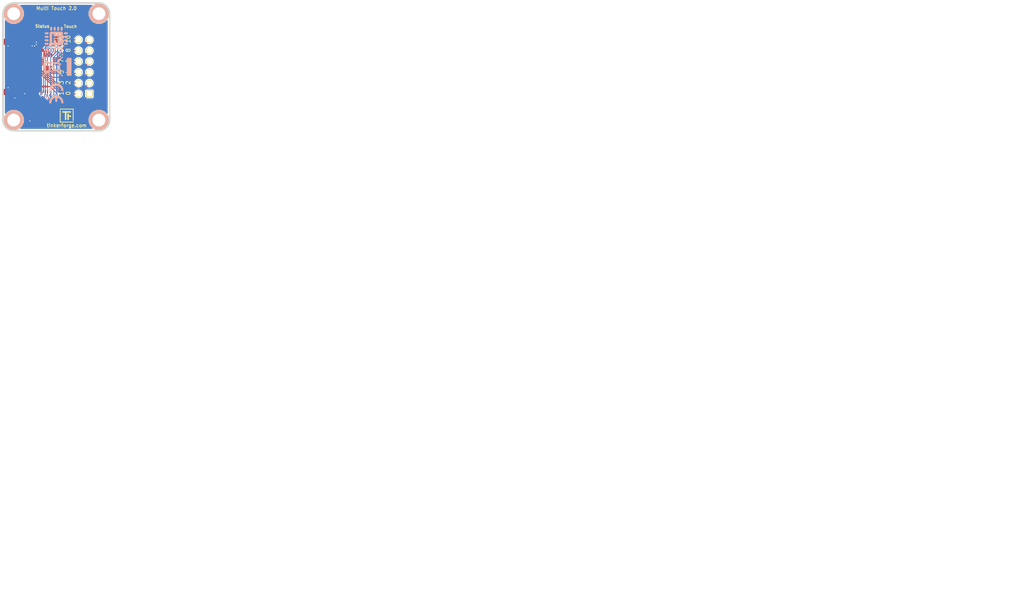
<source format=kicad_pcb>
(kicad_pcb (version 20211014) (generator pcbnew)
  (title_block (title "Multi Touch Bricklet") (date "2018-07-06") (rev "2.0") (company "Tinkerforge GmbH") (comment 1 "Licensed under CERN OHL v.1.1") (comment 2 "Copyright (©) 2018, L.Lauer <lukas@tinkerforge.com>"))
  (layers (0 "F.Cu" power "Vorderseite") (31 "B.Cu" signal "Rückseite") (34 "B.Paste" user) (35 "F.Paste" user) (36 "B.SilkS" user "B.Silkscreen") (37 "F.SilkS" user "F.Silkscreen") (38 "B.Mask" user) (39 "F.Mask" user) (44 "Edge.Cuts" user))
  (net 0 "")
  (net 1 "GND")
  (net 2 "VCC")
  (net 3 "Net-(P1-Pad4)")
  (net 4 "Net-(P1-Pad5)")
  (net 5 "Net-(P1-Pad6)")
  (net 6 "Net-(P2-Pad1)")
  (net 7 "Net-(R1-Pad1)")
  (net 8 "Net-(C2-Pad1)")
  (net 9 "Net-(D2-Pad2)")
  (net 10 "Net-(P3-Pad2)")
  (net 11 "Net-(P4-Pad1)")
  (net 12 "Net-(P4-Pad2)")
  (net 13 "Net-(P4-Pad3)")
  (net 14 "Net-(P4-Pad4)")
  (net 15 "Net-(P4-Pad5)")
  (net 16 "Net-(P4-Pad6)")
  (net 17 "Net-(P4-Pad7)")
  (net 18 "Net-(P4-Pad8)")
  (net 19 "Net-(P4-Pad9)")
  (net 20 "Net-(P4-Pad10)")
  (net 21 "Net-(P4-Pad11)")
  (net 22 "Net-(P4-Pad12)")
  (net 23 "SDA")
  (net 24 "SCL")
  (net 25 "Net-(R5-Pad1)")
  (net 26 "S-MISO")
  (net 27 "S-MOSI")
  (net 28 "S-CLK")
  (net 29 "S-CS")
  (net 30 "INT")
  (net 31 "Net-(D1-Pad2)")
  (net 32 "Net-(C1-Pad1)")
  (net 33 "Net-(R2-Pad1)")
  (net 34 "Net-(P1-Pad1)")
  (net 35 "Net-(RP2-Pad6)")
  (net 36 "Net-(U2-Pad2)")
  (net 37 "Net-(U2-Pad3)")
  (net 38 "Net-(U2-Pad5)")
  (net 39 "Net-(U2-Pad6)")
  (net 40 "Net-(U2-Pad7)")
  (net 41 "Net-(U2-Pad8)")
  (net 42 "Net-(U2-Pad11)")
  (net 43 "Net-(U2-Pad12)")
  (net 44 "Net-(U2-Pad13)")
  (net 45 "Net-(U2-Pad18)")
  (net 46 "Net-(U2-Pad21)")
  (footprint "kicad-libraries:DRILL_NP" (layer "F.Cu") (at 65.4 29.8)
    (fp_text reference "U3" hide)
    (fp_text value "DRILL" hide)
    (pad "" np_thru_hole circle locked (at 0 0) (size 2.99974 2.99974) (drill 2.99974) (layers *.Cu *.Mask "F.SilkS") (clearance 0.89916))
  )
  (footprint "kicad-libraries:DRILL_NP" (layer "F.Cu") (at 45.4 54.8)
    (fp_text reference "U4" hide)
    (fp_text value "DRILL" hide)
    (pad "" np_thru_hole circle locked (at 0 0) (size 2.99974 2.99974) (drill 2.99974) (layers *.Cu *.Mask "F.SilkS") (clearance 0.89916))
  )
  (footprint "kicad-libraries:DRILL_NP" (layer "F.Cu") (at 65.4 54.8)
    (fp_text reference "U5" hide)
    (fp_text value "DRILL" hide)
    (pad "" np_thru_hole circle locked (at 0 0) (size 2.99974 2.99974) (drill 2.99974) (layers *.Cu *.Mask "F.SilkS") (clearance 0.89916))
  )
  (footprint "kicad-libraries:DRILL_NP" (layer "F.Cu") (at 45.4 29.8)
    (fp_text reference "U6" hide)
    (fp_text value "DRILL" hide)
    (pad "" np_thru_hole circle locked (at 0 0) (size 2.99974 2.99974) (drill 2.99974) (layers *.Cu *.Mask "F.SilkS") (clearance 0.89916))
  )
  (footprint "kicad-libraries:C0402F" (layer "F.Cu") (at 48 47.5 -90)
    (fp_text reference "C2")
    (fp_text value "220pF")
    (pad "1" smd rect locked (at -0.5 0 270) (size 0.6 0.7) (layers "F.Cu" "F.Paste" "F.Mask") (net 8 "Net-(C2-Pad1)"))
    (pad "2" smd rect locked (at 0.5 0 270) (size 0.6 0.7) (layers "F.Cu" "F.Paste" "F.Mask") (net 1 "GND"))
  )
  (footprint "kicad-libraries:C0805" (layer "F.Cu") (at 48.5 35.9 -90)
    (fp_text reference "C3")
    (fp_text value "10uF")
    (pad "1" smd rect locked (at -1.00076 0 270) (size 1.00076 1.24968) (layers "F.Cu" "F.Paste" "F.Mask") (net 2 "VCC") (clearance 0.14986))
    (pad "2" smd rect locked (at 1.00076 0 270) (size 1.00076 1.24968) (layers "F.Cu" "F.Paste" "F.Mask") (net 1 "GND") (clearance 0.14986))
  )
  (footprint "kicad-libraries:C0603F" (layer "F.Cu") (at 50 35.9 -90)
    (fp_text reference "C4")
    (fp_text value "1uF")
    (pad "1" smd rect locked (at -0.75 0 270) (size 0.9 0.9) (layers "F.Cu" "F.Paste" "F.Mask") (net 2 "VCC"))
    (pad "2" smd rect locked (at 0.75 0 270) (size 0.9 0.9) (layers "F.Cu" "F.Paste" "F.Mask") (net 1 "GND"))
  )
  (footprint "kicad-libraries:C0603F" (layer "F.Cu") (at 50.7 55 180)
    (fp_text reference "C5")
    (fp_text value "100nF")
    (pad "1" smd rect locked (at -0.75 0 180) (size 0.9 0.9) (layers "F.Cu" "F.Paste" "F.Mask") (net 2 "VCC"))
    (pad "2" smd rect locked (at 0.75 0 180) (size 0.9 0.9) (layers "F.Cu" "F.Paste" "F.Mask") (net 1 "GND"))
  )
  (footprint "kicad-libraries:D0603F" (layer "F.Cu") (at 52.1 31.6 180)
    (fp_text reference "D2")
    (fp_text value "blue")
    (pad "1" smd rect locked (at -0.75 0 180) (size 0.9 0.9) (layers "F.Cu" "F.Paste" "F.Mask") (net 2 "VCC"))
    (pad "2" smd rect locked (at 0.75 0 180) (size 0.9 0.9) (layers "F.Cu" "F.Paste" "F.Mask") (net 9 "Net-(D2-Pad2)"))
  )
  (footprint "kicad-libraries:CON-SENSOR2" (layer "F.Cu") (at 42.9 42.3 -90)
    (fp_text reference "P1")
    (fp_text value "CON-SENSOR2")
    (pad "1" smd rect locked (at -3.75 -4.6 270) (size 0.6 1.8) (layers "F.Cu" "F.Paste" "F.Mask") (net 34 "Net-(P1-Pad1)"))
    (pad "2" smd rect locked (at -2.5 -4.6 270) (size 0.6 1.8) (layers "F.Cu" "F.Paste" "F.Mask") (net 1 "GND"))
    (pad "3" smd rect locked (at -1.25 -4.6 270) (size 0.6 1.8) (layers "F.Cu" "F.Paste" "F.Mask") (net 2 "VCC"))
    (pad "4" smd rect locked (at 0 -4.6 270) (size 0.6 1.8) (layers "F.Cu" "F.Paste" "F.Mask") (net 3 "Net-(P1-Pad4)"))
    (pad "5" smd rect locked (at 1.25 -4.6 270) (size 0.6 1.8) (layers "F.Cu" "F.Paste" "F.Mask") (net 4 "Net-(P1-Pad5)"))
    (pad "6" smd rect locked (at 2.5 -4.6 270) (size 0.6 1.8) (layers "F.Cu" "F.Paste" "F.Mask") (net 5 "Net-(P1-Pad6)"))
    (pad "7" smd rect locked (at 3.75 -4.6 270) (size 0.6 1.8) (layers "F.Cu" "F.Paste" "F.Mask") (net 8 "Net-(C2-Pad1)"))
    (pad "EP" smd rect locked (at -5.9 -1.2 270) (size 1.4 2.4) (layers "F.Cu" "F.Paste" "F.Mask") (net 1 "GND"))
    (pad "EP" smd rect locked (at 5.9 -1.2 270) (size 1.4 2.4) (layers "F.Cu" "F.Paste" "F.Mask") (net 1 "GND"))
  )
  (footprint "kicad-libraries:DEBUG_PAD" (layer "F.Cu") (at 54.05 51.95)
    (fp_text reference "P2")
    (fp_text value "DEBUG")
    (pad "1" smd circle locked (at 0 0) (size 0.7 0.7) (layers "F.Cu" "F.Paste" "F.Mask") (net 6 "Net-(P2-Pad1)"))
  )
  (footprint "kicad-libraries:SolderJumper" (layer "F.Cu") (at 45.9 50.6)
    (fp_text reference "P3")
    (fp_text value "BOOT")
    (pad "1" smd rect locked (at -0.225 -0.55) (size 0.95 0.3) (layers "F.Cu" "F.Mask") (net 1 "GND"))
    (pad "1" smd rect locked (at -0.225 0.55) (size 0.95 0.3) (layers "F.Cu" "F.Mask") (net 1 "GND"))
    (pad "1" smd rect locked (at -0.5 0) (size 0.4 1.4) (layers "F.Cu" "F.Mask") (net 1 "GND"))
    (pad "2" smd rect locked (at 0.55 0) (size 0.3 1.4) (layers "F.Cu" "F.Mask") (net 10 "Net-(P3-Pad2)"))
    (pad "2" smd rect locked (at 0.15 0) (size 0.6 0.5) (layers "F.Cu" "F.Mask") (net 10 "Net-(P3-Pad2)"))
  )
  (footprint "kicad-libraries:pin_array_6x2" (layer "F.Cu") (at 61.9 42.3 90)
    (fp_text reference "P4")
    (fp_text value "CONN_01X12")
    (pad "1" thru_hole rect locked (at -6.35 1.27 90) (size 1.524 1.524) (drill 1.016) (layers *.Cu *.Mask "F.SilkS") (net 11 "Net-(P4-Pad1)"))
    (pad "2" thru_hole circle locked (at -6.35 -1.27 90) (size 1.524 1.524) (drill 1.016) (layers *.Cu *.Mask "F.SilkS") (net 12 "Net-(P4-Pad2)"))
    (pad "3" thru_hole circle locked (at -3.81 1.27 90) (size 1.524 1.524) (drill 1.016) (layers *.Cu *.Mask "F.SilkS") (net 13 "Net-(P4-Pad3)"))
    (pad "4" thru_hole circle locked (at -3.81 -1.27 90) (size 1.524 1.524) (drill 1.016) (layers *.Cu *.Mask "F.SilkS") (net 14 "Net-(P4-Pad4)"))
    (pad "5" thru_hole circle locked (at -1.27 1.27 90) (size 1.524 1.524) (drill 1.016) (layers *.Cu *.Mask "F.SilkS") (net 15 "Net-(P4-Pad5)"))
    (pad "6" thru_hole circle locked (at -1.27 -1.27 90) (size 1.524 1.524) (drill 1.016) (layers *.Cu *.Mask "F.SilkS") (net 16 "Net-(P4-Pad6)"))
    (pad "7" thru_hole circle locked (at 1.27 1.27 90) (size 1.524 1.524) (drill 1.016) (layers *.Cu *.Mask "F.SilkS") (net 17 "Net-(P4-Pad7)"))
    (pad "8" thru_hole circle locked (at 1.27 -1.27 90) (size 1.524 1.524) (drill 1.016) (layers *.Cu *.Mask "F.SilkS") (net 18 "Net-(P4-Pad8)"))
    (pad "9" thru_hole circle locked (at 3.81 1.27 90) (size 1.524 1.524) (drill 1.016) (layers *.Cu *.Mask "F.SilkS") (net 19 "Net-(P4-Pad9)"))
    (pad "10" thru_hole circle locked (at 3.81 -1.27 90) (size 1.524 1.524) (drill 1.016) (layers *.Cu *.Mask "F.SilkS") (net 20 "Net-(P4-Pad10)"))
    (pad "11" thru_hole circle locked (at 6.35 1.27 90) (size 1.524 1.524) (drill 1.016) (layers *.Cu *.Mask "F.SilkS") (net 21 "Net-(P4-Pad11)"))
    (pad "12" thru_hole circle locked (at 6.35 -1.27 90) (size 1.524 1.524) (drill 1.016) (layers *.Cu *.Mask "F.SilkS") (net 22 "Net-(P4-Pad12)"))
  )
  (footprint "kicad-libraries:R0603F" (layer "F.Cu") (at 52.1 30.2 180)
    (fp_text reference "R5")
    (fp_text value "1k")
    (pad "1" smd rect locked (at -0.75 0 180) (size 0.9 0.9) (layers "F.Cu" "F.Paste" "F.Mask") (net 25 "Net-(R5-Pad1)"))
    (pad "2" smd rect locked (at 0.75 0 180) (size 0.9 0.9) (layers "F.Cu" "F.Paste" "F.Mask") (net 9 "Net-(D2-Pad2)"))
  )
  (footprint "kicad-libraries:4X0402" (layer "F.Cu") (at 49.7 47.5 180)
    (fp_text reference "RP1")
    (fp_text value "82")
    (pad "1" smd rect locked (at -0.7493 0.575) (size 0.29972 0.65) (layers "F.Cu" "F.Paste" "F.Mask") (net 3 "Net-(P1-Pad4)"))
    (pad "2" smd rect locked (at -0.24892 0.575) (size 0.29972 0.65) (layers "F.Cu" "F.Paste" "F.Mask") (net 4 "Net-(P1-Pad5)"))
    (pad "3" smd rect locked (at 0.24892 0.575) (size 0.29972 0.65) (layers "F.Cu" "F.Paste" "F.Mask") (net 5 "Net-(P1-Pad6)"))
    (pad "4" smd rect locked (at 0.7493 0.575) (size 0.29972 0.65) (layers "F.Cu" "F.Paste" "F.Mask") (net 8 "Net-(C2-Pad1)"))
    (pad "5" smd rect locked (at 0.7493 -0.575 180) (size 0.29972 0.65) (layers "F.Cu" "F.Paste" "F.Mask") (net 26 "S-MISO"))
    (pad "6" smd rect locked (at 0.24892 -0.575 180) (size 0.29972 0.65) (layers "F.Cu" "F.Paste" "F.Mask") (net 27 "S-MOSI"))
    (pad "7" smd rect locked (at -0.24892 -0.575 180) (size 0.29972 0.65) (layers "F.Cu" "F.Paste" "F.Mask") (net 28 "S-CLK"))
    (pad "8" smd rect locked (at -0.7493 -0.575 180) (size 0.29972 0.65) (layers "F.Cu" "F.Paste" "F.Mask") (net 29 "S-CS"))
  )
  (footprint "kicad-libraries:QFN24-4x4mm-0.5mm" (layer "F.Cu") (at 50.7 51.7)
    (fp_text reference "U2")
    (fp_text value "XMC1100")
    (pad "1" smd oval locked (at -2.025 -1.25) (size 1 0.3) (layers "F.Cu" "F.Paste" "F.Mask") (net 26 "S-MISO"))
    (pad "2" smd oval locked (at -2.025 -0.75) (size 1 0.3) (layers "F.Cu" "F.Paste" "F.Mask") (net 36 "Net-(U2-Pad2)"))
    (pad "3" smd oval locked (at -2.025 -0.25) (size 1 0.3) (layers "F.Cu" "F.Paste" "F.Mask") (net 37 "Net-(U2-Pad3)"))
    (pad "4" smd oval locked (at -2.025 0.25) (size 1 0.3) (layers "F.Cu" "F.Paste" "F.Mask") (net 10 "Net-(P3-Pad2)"))
    (pad "5" smd oval locked (at -2.025 0.75) (size 1 0.3) (layers "F.Cu" "F.Paste" "F.Mask") (net 38 "Net-(U2-Pad5)"))
    (pad "6" smd oval locked (at -2.025 1.25) (size 1 0.3) (layers "F.Cu" "F.Paste" "F.Mask") (net 39 "Net-(U2-Pad6)"))
    (pad "7" smd oval locked (at -1.25 2.025 90) (size 1 0.3) (layers "F.Cu" "F.Paste" "F.Mask") (net 40 "Net-(U2-Pad7)"))
    (pad "8" smd oval locked (at -0.75 2.025 90) (size 1 0.3) (layers "F.Cu" "F.Paste" "F.Mask") (net 41 "Net-(U2-Pad8)"))
    (pad "9" smd oval locked (at -0.25 2.025 90) (size 1 0.3) (layers "F.Cu" "F.Paste" "F.Mask") (net 1 "GND"))
    (pad "10" smd oval locked (at 0.25 2.025 90) (size 1 0.3) (layers "F.Cu" "F.Paste" "F.Mask") (net 2 "VCC"))
    (pad "11" smd oval locked (at 0.75 2.025 90) (size 1 0.3) (layers "F.Cu" "F.Paste" "F.Mask") (net 42 "Net-(U2-Pad11)"))
    (pad "12" smd oval locked (at 1.25 2.025 90) (size 1 0.3) (layers "F.Cu" "F.Paste" "F.Mask") (net 43 "Net-(U2-Pad12)"))
    (pad "13" smd oval locked (at 2.025 1.25) (size 1 0.3) (layers "F.Cu" "F.Paste" "F.Mask") (net 44 "Net-(U2-Pad13)"))
    (pad "14" smd oval locked (at 2.025 0.75) (size 1 0.3) (layers "F.Cu" "F.Paste" "F.Mask") (net 7 "Net-(R1-Pad1)"))
    (pad "15" smd oval locked (at 2.025 0.25) (size 1 0.3) (layers "F.Cu" "F.Paste" "F.Mask") (net 6 "Net-(P2-Pad1)"))
    (pad "16" smd oval locked (at 2.025 -0.25) (size 1 0.3) (layers "F.Cu" "F.Paste" "F.Mask") (net 25 "Net-(R5-Pad1)"))
    (pad "17" smd oval locked (at 2.025 -0.75) (size 1 0.3) (layers "F.Cu" "F.Paste" "F.Mask") (net 23 "SDA"))
    (pad "18" smd oval locked (at 2.025 -1.25) (size 1 0.3) (layers "F.Cu" "F.Paste" "F.Mask") (net 45 "Net-(U2-Pad18)"))
    (pad "19" smd oval locked (at 1.25 -2.025 90) (size 1 0.3) (layers "F.Cu" "F.Paste" "F.Mask") (net 24 "SCL"))
    (pad "20" smd oval locked (at 0.75 -2.025 90) (size 1 0.3) (layers "F.Cu" "F.Paste" "F.Mask") (net 30 "INT"))
    (pad "21" smd oval locked (at 0.25 -2.025 90) (size 1 0.3) (layers "F.Cu" "F.Paste" "F.Mask") (net 46 "Net-(U2-Pad21)"))
    (pad "22" smd oval locked (at -0.25 -2.025 90) (size 1 0.3) (layers "F.Cu" "F.Paste" "F.Mask") (net 29 "S-CS"))
    (pad "23" smd oval locked (at -0.75 -2.025 90) (size 1 0.3) (layers "F.Cu" "F.Paste" "F.Mask") (net 28 "S-CLK"))
    (pad "24" smd oval locked (at -1.25 -2.025 90) (size 1 0.3) (layers "F.Cu" "F.Paste" "F.Mask") (net 27 "S-MOSI"))
    (pad "EXP" smd rect locked (at -0.65 -0.65) (size 1.3 1.3) (layers "F.Cu" "F.Paste" "F.Mask") (net 1 "GND"))
    (pad "EXP" smd rect locked (at 0.65 0.65) (size 1.3 1.3) (layers "F.Cu" "F.Paste" "F.Mask") (net 1 "GND"))
    (pad "EXP" smd rect locked (at 0.65 -0.65) (size 1.3 1.3) (layers "F.Cu" "F.Paste" "F.Mask") (net 1 "GND"))
    (pad "EXP" smd rect locked (at -0.65 0.65) (size 1.3 1.3) (layers "F.Cu" "F.Paste" "F.Mask") (net 1 "GND"))
  )
  (footprint "kicad-libraries:4X0402" (layer "F.Cu") (at 52.6 47.5 180)
    (fp_text reference "RP2")
    (fp_text value "10k")
    (pad "1" smd rect locked (at -0.7493 0.575) (size 0.29972 0.65) (layers "F.Cu" "F.Paste" "F.Mask") (net 2 "VCC"))
    (pad "2" smd rect locked (at -0.24892 0.575) (size 0.29972 0.65) (layers "F.Cu" "F.Paste" "F.Mask") (net 2 "VCC"))
    (pad "3" smd rect locked (at 0.24892 0.575) (size 0.29972 0.65) (layers "F.Cu" "F.Paste" "F.Mask") (net 2 "VCC"))
    (pad "4" smd rect locked (at 0.7493 0.575) (size 0.29972 0.65) (layers "F.Cu" "F.Paste" "F.Mask") (net 2 "VCC"))
    (pad "5" smd rect locked (at 0.7493 -0.575 180) (size 0.29972 0.65) (layers "F.Cu" "F.Paste" "F.Mask") (net 30 "INT"))
    (pad "6" smd rect locked (at 0.24892 -0.575 180) (size 0.29972 0.65) (layers "F.Cu" "F.Paste" "F.Mask") (net 35 "Net-(RP2-Pad6)"))
    (pad "7" smd rect locked (at -0.24892 -0.575 180) (size 0.29972 0.65) (layers "F.Cu" "F.Paste" "F.Mask") (net 24 "SCL"))
    (pad "8" smd rect locked (at -0.7493 -0.575 180) (size 0.29972 0.65) (layers "F.Cu" "F.Paste" "F.Mask") (net 23 "SDA"))
  )
  (footprint "kicad-libraries:D0603F" (layer "F.Cu") (at 58.7 31.6)
    (fp_text reference "D1")
    (fp_text value "green")
    (pad "1" smd rect locked (at -0.75 0) (size 0.9 0.9) (layers "F.Cu" "F.Paste" "F.Mask") (net 2 "VCC"))
    (pad "2" smd rect locked (at 0.75 0) (size 0.9 0.9) (layers "F.Cu" "F.Paste" "F.Mask") (net 31 "Net-(D1-Pad2)"))
  )
  (footprint "kicad-libraries:R0603F" (layer "F.Cu") (at 58.7 30.2)
    (fp_text reference "R1")
    (fp_text value "1k")
    (pad "1" smd rect locked (at -0.75 0) (size 0.9 0.9) (layers "F.Cu" "F.Paste" "F.Mask") (net 7 "Net-(R1-Pad1)"))
    (pad "2" smd rect locked (at 0.75 0) (size 0.9 0.9) (layers "F.Cu" "F.Paste" "F.Mask") (net 31 "Net-(D1-Pad2)"))
  )
  (footprint "tinkerforge:C0603F" (layer "F.Cu") (at 51.8 37.6 90)
    (fp_text reference "C1")
    (fp_text value "100nF")
    (pad "1" smd rect locked (at -0.75 0 90) (size 0.9 0.9) (layers "F.Cu" "F.Paste" "F.Mask") (net 32 "Net-(C1-Pad1)"))
    (pad "2" smd rect locked (at 0.75 0 90) (size 0.9 0.9) (layers "F.Cu" "F.Paste" "F.Mask") (net 1 "GND"))
  )
  (footprint "tinkerforge:R0603F" (layer "F.Cu") (at 49.9 39.8 90)
    (fp_text reference "R2")
    (fp_text value "75k")
    (pad "1" smd rect locked (at -0.75 0 90) (size 0.9 0.9) (layers "F.Cu" "F.Paste" "F.Mask") (net 33 "Net-(R2-Pad1)"))
    (pad "2" smd rect locked (at 0.75 0 90) (size 0.9 0.9) (layers "F.Cu" "F.Paste" "F.Mask") (net 1 "GND"))
  )
  (footprint "kicad-libraries:C0603F" (layer "F.Cu") (at 54 36.8)
    (fp_text reference "C6")
    (fp_text value "100nF")
    (pad "1" smd rect locked (at -0.75 0) (size 0.9 0.9) (layers "F.Cu" "F.Paste" "F.Mask") (net 1 "GND"))
    (pad "2" smd rect locked (at 0.75 0) (size 0.9 0.9) (layers "F.Cu" "F.Paste" "F.Mask") (net 2 "VCC"))
  )
  (footprint "tinkerforge:QFN20-3X3" (layer "F.Cu") (at 53.5 41 180)
    (fp_text reference "U1")
    (fp_text value "MPR121Q")
    (pad "1" smd rect locked (at -0.79756 1.4986) (size 0.24892 0.89916) (layers "F.Cu" "F.Paste" "F.Mask") (net 30 "INT"))
    (pad "2" smd rect locked (at -0.39878 1.4986) (size 0.24892 0.89916) (layers "F.Cu" "F.Paste" "F.Mask") (net 24 "SCL"))
    (pad "3" smd rect locked (at 0 1.4986) (size 0.24892 0.89916) (layers "F.Cu" "F.Paste" "F.Mask") (net 23 "SDA"))
    (pad "4" smd rect locked (at 0.39878 1.4986) (size 0.24892 0.89916) (layers "F.Cu" "F.Paste" "F.Mask") (net 1 "GND"))
    (pad "5" smd rect locked (at 0.79756 1.4986) (size 0.24892 0.89916) (layers "F.Cu" "F.Paste" "F.Mask") (net 32 "Net-(C1-Pad1)"))
    (pad "6" smd rect locked (at 1.4986 0.79756 90) (size 0.24892 0.89916) (layers "F.Cu" "F.Paste" "F.Mask") (net 1 "GND"))
    (pad "7" smd rect locked (at 1.4986 0.39878 90) (size 0.24892 0.89916) (layers "F.Cu" "F.Paste" "F.Mask") (net 33 "Net-(R2-Pad1)"))
    (pad "8" smd rect locked (at 1.4986 0 90) (size 0.24892 0.89916) (layers "F.Cu" "F.Paste" "F.Mask") (net 11 "Net-(P4-Pad1)"))
    (pad "9" smd rect locked (at 1.4986 -0.39878 90) (size 0.24892 0.89916) (layers "F.Cu" "F.Paste" "F.Mask") (net 12 "Net-(P4-Pad2)"))
    (pad "10" smd rect locked (at 1.4986 -0.79756 90) (size 0.24892 0.89916) (layers "F.Cu" "F.Paste" "F.Mask") (net 13 "Net-(P4-Pad3)"))
    (pad "11" smd rect locked (at 0.79756 -1.4986 180) (size 0.24892 0.89916) (layers "F.Cu" "F.Paste" "F.Mask") (net 14 "Net-(P4-Pad4)"))
    (pad "12" smd rect locked (at 0.39878 -1.4986 180) (size 0.24892 0.89916) (layers "F.Cu" "F.Paste" "F.Mask") (net 15 "Net-(P4-Pad5)"))
    (pad "13" smd rect locked (at 0 -1.4986 180) (size 0.24892 0.89916) (layers "F.Cu" "F.Paste" "F.Mask") (net 16 "Net-(P4-Pad6)"))
    (pad "14" smd rect locked (at -0.39878 -1.4986 180) (size 0.24892 0.89916) (layers "F.Cu" "F.Paste" "F.Mask") (net 17 "Net-(P4-Pad7)"))
    (pad "15" smd rect locked (at -0.79756 -1.4986 180) (size 0.24892 0.89916) (layers "F.Cu" "F.Paste" "F.Mask") (net 18 "Net-(P4-Pad8)"))
    (pad "16" smd rect locked (at -1.4986 -0.79756 270) (size 0.24892 0.89916) (layers "F.Cu" "F.Paste" "F.Mask") (net 19 "Net-(P4-Pad9)"))
    (pad "17" smd rect locked (at -1.4986 -0.39878 270) (size 0.24892 0.89916) (layers "F.Cu" "F.Paste" "F.Mask") (net 20 "Net-(P4-Pad10)"))
    (pad "18" smd rect locked (at -1.4986 0 270) (size 0.24892 0.89916) (layers "F.Cu" "F.Paste" "F.Mask") (net 21 "Net-(P4-Pad11)"))
    (pad "19" smd rect locked (at -1.4986 0.39878 270) (size 0.24892 0.89916) (layers "F.Cu" "F.Paste" "F.Mask") (net 22 "Net-(P4-Pad12)"))
    (pad "20" smd rect locked (at -1.4986 0.79756 270) (size 0.24892 0.89916) (layers "F.Cu" "F.Paste" "F.Mask") (net 2 "VCC"))
  )
  (footprint "tinkerforge:Logo_31x31" (layer "F.Cu") (at 57.85 53.75)
    (fp_text reference "G***" hide)
    (fp_text value "LOGO" hide)
  )
  (footprint "tinkerforge:Fiducial_Mark" (layer "F.Cu") (at 48.9 32.3)
    (fp_text reference "Fiducial_Mark" hide)
    (fp_text value "VAL**" hide)
    (pad "1" smd circle locked (at 0 0) (size 1.00076 1.00076) (layers "F.Cu" "F.Paste" "F.Mask") (clearance 0.65024))
  )
  (footprint "tinkerforge:Fiducial_Mark" (layer "F.Cu") (at 61.9 33.3)
    (fp_text reference "Fiducial_Mark" hide)
    (fp_text value "VAL**" hide)
    (pad "1" smd circle locked (at 0 0) (size 1.00076 1.00076) (layers "F.Cu" "F.Paste" "F.Mask") (clearance 0.65024))
  )
  (footprint "tinkerforge:Fiducial_Mark" (layer "F.Cu") (at 61.9 51.3)
    (fp_text reference "Fiducial_Mark" hide)
    (fp_text value "VAL**" hide)
    (pad "1" smd circle locked (at 0 0) (size 1.00076 1.00076) (layers "F.Cu" "F.Paste" "F.Mask") (clearance 0.65024))
  )
  (footprint "tinkerforge:Fiducial_Mark" (layer "F.Cu") (at 65.9 42.3)
    (fp_text reference "Fiducial_Mark" hide)
    (fp_text value "VAL**" hide)
    (pad "1" smd circle locked (at 0 0) (size 1.00076 1.00076) (layers "F.Cu" "F.Paste" "F.Mask") (clearance 0.65024))
  )
  (footprint "tinkerforge:WEEE_7mm" (layer "B.Cu") (at 55.4 42.3 -90)
    (fp_text reference "VAL" hide)
    (fp_text value "WEEE_7mm" hide)
  )
  (footprint "tinkerforge:Logo_CoMCU" (layer "B.Cu") (at 55.4 35.6 -90)
    (fp_text reference "G***" hide)
    (fp_text value "LOGO" hide)
  )
  (footprint "tinkerforge:CE_5mm" (layer "B.Cu") (at 55.4 48.55 -90)
    (fp_text reference "VAL" hide)
    (fp_text value "CE_5mm" hide)
  )
  (gr_line (start 45.4 57.3) (end 65.4 57.3) (layer "Edge.Cuts") (width 0.381))
  (gr_line (start 65.5 27.3) (end 45.4 27.3) (layer "Edge.Cuts") (width 0.381))
  (gr_arc (start 67.9 54.8) (mid 67.167767 56.567767) (end 65.4 57.3) (layer "Edge.Cuts") (width 0.381))
  (gr_line (start 42.9 54.8) (end 42.9 29.8) (layer "Edge.Cuts") (width 0.381))
  (gr_line (start 67.9 29.9) (end 67.9 54.8) (layer "Edge.Cuts") (width 0.381))
  (gr_arc (start 65.5 27.3) (mid 67.238478 28.102944) (end 67.9 29.9) (layer "Edge.Cuts") (width 0.381))
  (gr_arc (start 42.9 29.8) (mid 43.632233 28.032233) (end 45.4 27.3) (layer "Edge.Cuts") (width 0.381))
  (gr_arc (start 45.4 57.3) (mid 43.632233 56.567767) (end 42.9 54.8) (layer "Edge.Cuts") (width 0.381))
  (gr_text "11" (at 56.6 35.8 90) (layer "F.SilkS") (effects (font (size 1 1))))
  (gr_text "tinkerforge.com" (at 57.85 56.05) (layer "F.SilkS") (effects (font (size 0.8 0.8))))
  (gr_text "Status" (at 52.12 32.75) (layer "F.SilkS") (effects (font (size 0.7 0.7))))
  (gr_text "1" (at 56.6 48.5 90) (layer "F.SilkS") (effects (font (size 1 1))))
  (gr_text "8" (at 58.2 38.4 90) (layer "F.SilkS") (effects (font (size 1 1))))
  (gr_text "5" (at 56.6 43.5 90) (layer "F.SilkS") (effects (font (size 1 1))))
  (gr_text "7" (at 56.6 40.9 90) (layer "F.SilkS") (effects (font (size 1 1))))
  (gr_text "Touch\n" (at 58.7 32.8) (layer "F.SilkS") (effects (font (size 0.7 0.7))))
  (gr_text "9" (at 56.6 38.4 90) (layer "F.SilkS") (effects (font (size 1 1))))
  (gr_text "6" (at 58.2 40.9 90) (layer "F.SilkS") (effects (font (size 1 1))))
  (gr_text "3" (at 56.6 46 90) (layer "F.SilkS") (effects (font (size 1 1))))
  (gr_text "2" (at 58.2 46 90) (layer "F.SilkS") (effects (font (size 1 1))))
  (gr_text "10" (at 58.2 35.8 90) (layer "F.SilkS") (effects (font (size 1 1))))
  (gr_text "Multi Touch 2.0" (at 55.45 28.55) (layer "F.SilkS") (effects (font (size 0.8 0.8))))
  (gr_text "4" (at 58.2 43.5 90) (layer "F.SilkS") (effects (font (size 1 1))))
  (gr_text "0" (at 58.2 48.5 90) (layer "F.SilkS") (effects (font (size 1 1))))
  (segment (start 46.41 39.8) (end 46.16 39.55) (width 0.55) (layer "F.Cu") (net 1))
  (segment (start 46.16 39.55) (end 46.16 37.99) (width 0.55) (layer "F.Cu") (net 1))
  (segment (start 46.16 37.99) (end 47.24924 36.90076) (width 0.55) (layer "F.Cu") (net 1))
  (segment (start 47.24924 36.90076) (end 48.5 36.90076) (width 0.55) (layer "F.Cu") (net 1))
  (segment (start 49.10924 36.90076) (end 49.36 36.65) (width 0.55) (layer "F.Cu") (net 1))
  (segment (start 49.36 36.65) (end 50 36.65) (width 0.55) (layer "F.Cu") (net 1))
  (segment (start 50 37.13) (end 49.75 37.38) (width 0.55) (layer "F.Cu") (net 1))
  (segment (start 50.31 37.38) (end 50 37.07) (width 0.55) (layer "F.Cu") (net 1))
  (segment (start 50.37 36.65) (end 50.73 37.01) (width 0.55) (layer "F.Cu") (net 1))
  (segment (start 50.54 36.65) (end 50.73 36.46) (width 0.55) (layer "F.Cu") (net 1))
  (segment (start 50.68 37.01) (end 50.31 37.38) (width 0.55) (layer "F.Cu") (net 1))
  (segment (start 50.19 36.46) (end 50 36.65) (width 0.55) (layer "F.Cu") (net 1))
  (segment (start 51.35 51.05) (end 51.35 52.35) (width 0.2) (layer "F.Cu") (net 1))
  (segment (start 51.35 52.35) (end 50.05 52.35) (width 0.2) (layer "F.Cu") (net 1))
  (segment (start 50.05 52.35) (end 50.05 51.05) (width 0.2) (layer "F.Cu") (net 1))
  (segment (start 50.45 52.75) (end 50.05 52.35) (width 0.2) (layer "F.Cu") (net 1))
  (segment (start 49.95 54.94) (end 50.45 54.44) (width 0.25) (layer "F.Cu") (net 1))
  (segment (start 50.45 54.44) (end 50.45 53.725) (width 0.25) (layer "F.Cu") (net 1))
  (segment (start 45.48 51.15) (end 45.4 51.07) (width 0.25) (layer "F.Cu") (net 1))
  (segment (start 45.4 51.07) (end 45.4 50.59) (width 0.25) (layer "F.Cu") (net 1))
  (segment (start 45.4 50.59) (end 45.4 50.6) (width 0.25) (layer "F.Cu") (net 1))
  (segment (start 45.4 50.14) (end 45.49 50.05) (width 0.25) (layer "F.Cu") (net 1))
  (segment (start 45.49 50.05) (end 45.67 50.05) (width 0.25) (layer "F.Cu") (net 1))
  (segment (start 45.67 50.05) (end 45.675 50.05) (width 0.25) (layer "F.Cu") (net 1))
  (segment (start 45.675 49.615) (end 45.67 49.61) (width 0.25) (layer "F.Cu") (net 1))
  (segment (start 50.05 51.05) (end 51.35 51.05) (width 0.2) (layer "F.Cu") (net 1))
  (segment (start 49.95 55) (end 49.95 54.94) (width 0.25) (layer "F.Cu") (net 1))
  (segment (start 50.73 36.46) (end 50.19 36.46) (width 0.55) (layer "F.Cu") (net 1))
  (segment (start 50.73 37.01) (end 50.68 37.01) (width 0.55) (layer "F.Cu") (net 1))
  (segment (start 50.85 37.92) (end 50.28 37.35) (width 0.25) (layer "F.Cu") (net 1))
  (segment (start 48.5 36.90076) (end 49.10924 36.90076) (width 0.55) (layer "F.Cu") (net 1))
  (segment (start 47.5 39.8) (end 46.41 39.8) (width 0.55) (layer "F.Cu") (net 1))
  (segment (start 51.6 36.65) (end 51.8 36.85) (width 0.25) (layer "F.Cu") (net 1))
  (segment (start 49.9 38.75) (end 49.9 36.75) (width 0.25) (layer "F.Cu") (net 1))
  (segment (start 51.8 36.85) (end 53.2 36.85) (width 0.25) (layer "F.Cu") (net 1))
  (segment (start 53.1 38.60501) (end 53.1 39.6) (width 0.2) (layer "F.Cu") (net 1))
  (segment (start 50 36.65) (end 51.6 36.65) (width 0.25) (layer "F.Cu") (net 1))
  (segment (start 51.1 40.2) (end 51.10244 40.20244) (width 0.15) (layer "F.Cu") (net 1))
  (segment (start 50.54 36.65) (end 50 36.65) (width 0.55) (layer "F.Cu") (net 1))
  (segment (start 52.931698 38.436708) (end 53.1 38.60501) (width 0.2) (layer "F.Cu") (net 1))
  (segment (start 49.95 55) (end 49.21 55) (width 0.55) (layer "F.Cu") (net 1))
  (segment (start 49.75 37.38) (end 50.31 37.38) (width 0.55) (layer "F.Cu") (net 1))
  (segment (start 49.9 36.75) (end 50 36.65) (width 0.25) (layer "F.Cu") (net 1))
  (segment (start 49.95 55) (end 49.95 54.84) (width 0.2) (layer "F.Cu") (net 1))
  (segment (start 45.4 50.6) (end 45.4 50.14) (width 0.25) (layer "F.Cu") (net 1))
  (segment (start 52.931698 36.968302) (end 52.931698 38.436708) (width 0.2) (layer "F.Cu") (net 1))
  (segment (start 53.1 36.8) (end 52.931698 36.968302) (width 0.2) (layer "F.Cu") (net 1))
  (segment (start 50 36.65) (end 50 37.13) (width 0.55) (layer "F.Cu") (net 1))
  (segment (start 48 48) (end 48 48.6) (width 0.55) (layer "F.Cu") (net 1))
  (segment (start 45.675 50.05) (end 45.675 49.615) (width 0.25) (layer "F.Cu") (net 1))
  (segment (start 44.1 36.4) (end 44.1 37.4) (width 0.55) (layer "F.Cu") (net 1))
  (segment (start 50 36.65) (end 50.37 36.65) (width 0.55) (layer "F.Cu") (net 1))
  (segment (start 44.1 48.2) (end 44.1 47.2) (width 0.55) (layer "F.Cu") (net 1))
  (segment (start 50.73 37.01) (end 50.73 36.46) (width 0.55) (layer "F.Cu") (net 1))
  (segment (start 50 37.35) (end 50 36.65) (width 0.25) (layer "F.Cu") (net 1))
  (segment (start 51.1 40.2) (end 50.85 39.95) (width 0.25) (layer "F.Cu") (net 1))
  (segment (start 53.2 36.85) (end 53.25 36.8) (width 0.25) (layer "F.Cu") (net 1))
  (segment (start 50.45 53.725) (end 50.45 52.75) (width 0.2) (layer "F.Cu") (net 1))
  (segment (start 51.10244 40.20244) (end 52.0014 40.20244) (width 0.25) (layer "F.Cu") (net 1))
  (segment (start 50.28 37.35) (end 50 37.35) (width 0.25) (layer "F.Cu") (net 1))
  (segment (start 50.85 39.95) (end 50.85 37.92) (width 0.25) (layer "F.Cu") (net 1))
  (segment (start 45.675 51.15) (end 45.48 51.15) (width 0.25) (layer "F.Cu") (net 1))
  (via (at 49.21 55) (size 0.55) (drill 0.25) (layers "F.Cu" "B.Cu") (net 1))
  (via (at 49.75 37.38) (size 0.55) (drill 0.25) (layers "F.Cu" "B.Cu") (net 1))
  (via (at 50.73 36.46) (size 0.55) (drill 0.25) (layers "F.Cu" "B.Cu") (net 1))
  (via (at 44.1 37.4) (size 0.55) (drill 0.25) (layers "F.Cu" "B.Cu") (net 1))
  (via (at 50.31 37.38) (size 0.55) (drill 0.25) (layers "F.Cu" "B.Cu") (net 1))
  (via (at 44.1 47.2) (size 0.55) (drill 0.25) (layers "F.Cu" "B.Cu") (net 1))
  (via (at 50.73 37.01) (size 0.55) (drill 0.25) (layers "F.Cu" "B.Cu") (net 1))
  (via (at 45.67 49.61) (size 0.55) (drill 0.25) (layers "F.Cu" "B.Cu") (net 1))
  (via (at 48 48.6) (size 0.55) (drill 0.25) (layers "F.Cu" "B.Cu") (net 1))
  (segment (start 46.19 41.05) (end 45.44 40.3) (width 0.55) (layer "F.Cu") (net 2))
  (segment (start 45.44 40.3) (end 45.44 37.6) (width 0.55) (layer "F.Cu") (net 2))
  (segment (start 45.44 37.6) (end 48.14076 34.89924) (width 0.55) (layer "F.Cu") (net 2))
  (segment (start 48.14076 34.89924) (end 48.5 34.89924) (width 0.55) (layer "F.Cu") (net 2))
  (segment (start 49.16924 34.89924) (end 49.42 35.15) (width 0.55) (layer "F.Cu") (net 2))
  (segment (start 49.42 35.15) (end 50 35.15) (width 0.55) (layer "F.Cu") (net 2))
  (segment (start 51.45 54.96) (end 50.95 54.46) (width 0.25) (layer "F.Cu") (net 2))
  (segment (start 50.95 54.46) (end 50.95 53.725) (width 0.25) (layer "F.Cu") (net 2))
  (segment (start 50.83 35.15) (end 50 35.15) (width 0.25) (layer "F.Cu") (net 2))
  (segment (start 50.84 35.16) (end 50.83 35.15) (width 0.25) (layer "F.Cu") (net 2))
  (segment (start 55.45 35.15) (end 55.977002 35.15) (width 0.3) (layer "F.Cu") (net 2))
  (segment (start 55.977002 35.15) (end 56.375522 35.15) (width 0.2) (layer "F.Cu") (net 2))
  (segment (start 56.375522 35.15) (end 57.95 33.575522) (width 0.2) (layer "F.Cu") (net 2))
  (segment (start 56.282944 37.175001) (end 56.557943 37.45) (width 0.3) (layer "F.Cu") (net 2))
  (segment (start 55.7 39.9) (end 55.39756 40.20244) (width 0.2) (layer "F.Cu") (net 2))
  (segment (start 53 55) (end 55.524881 52.475119) (width 0.3) (layer "F.Cu") (net 2))
  (segment (start 53.8 35.15) (end 55.45 35.15) (width 0.3) (layer "F.Cu") (net 2))
  (segment (start 57.95 32.25) (end 57.95 31.6) (width 0.2) (layer "F.Cu") (net 2))
  (segment (start 51.6 35.15) (end 52.85 33.9) (width 0.2) (layer "F.Cu") (net 2))
  (segment (start 53.925 46.925) (end 53.3493 46.925) (width 0.2) (layer "F.Cu") (net 2))
  (segment (start 50 35.15) (end 51.6 35.15) (width 0.3) (layer "F.Cu") (net 2))
  (segment (start 54.75 36.8) (end 54.75 36.1) (width 0.25) (layer "F.Cu") (net 2))
  (segment (start 55.45 35.15) (end 55.45 36.342057) (width 0.3) (layer "F.Cu") (net 2))
  (segment (start 50.84 35.16) (end 50.85 35.16) (width 0.25) (layer "F.Cu") (net 2))
  (segment (start 55.524881 52.475119) (end 55.524881 49.225461) (width 0.3) (layer "F.Cu") (net 2))
  (segment (start 51.6 35.15) (end 53.8 35.15) (width 0.3) (layer "F.Cu") (net 2))
  (segment (start 54.75 36.1) (end 53.8 35.15) (width 0.25) (layer "F.Cu") (net 2))
  (segment (start 55.7 37.1) (end 55.7 39.9) (width 0.2) (layer "F.Cu") (net 2))
  (segment (start 55.5 48.5) (end 53.925 46.925) (width 0.2) (layer "F.Cu") (net 2))
  (segment (start 55.5 48.811672) (end 55.5 48.5) (width 0.2) (layer "F.Cu") (net 2))
  (segment (start 52.85 33.9) (end 52.85 31.6) (width 0.2) (layer "F.Cu") (net 2))
  (segment (start 51.45 55) (end 51.45 54.96) (width 0.25) (layer "F.Cu") (net 2))
  (segment (start 47.5 41.05) (end 46.19 41.05) (width 0.55) (layer "F.Cu") (net 2))
  (segment (start 54.75 36.8) (end 55.4 36.8) (width 0.2) (layer "F.Cu") (net 2))
  (segment (start 55.524881 48.836553) (end 55.5 48.811672) (width 0.2) (layer "F.Cu") (net 2))
  (segment (start 55.524881 49.225461) (end 55.524881 48.836553) (width 0.3) (layer "F.Cu") (net 2))
  (segment (start 53.3493 46.925) (end 51.8507 46.925) (width 0.2) (layer "F.Cu") (net 2))
  (segment (start 55.39756 40.20244) (end 54.9986 40.20244) (width 0.2) (layer "F.Cu") (net 2))
  (segment (start 51.45 55) (end 53 55) (width 0.3) (layer "F.Cu") (net 2))
  (segment (start 55.4 36.8) (end 55.7 37.1) (width 0.2) (layer "F.Cu") (net 2))
  (segment (start 57.95 33.575522) (end 57.95 32.25) (width 0.2) (layer "F.Cu") (net 2))
  (segment (start 55.45 36.342057) (end 56.282944 37.175001) (width 0.3) (layer "F.Cu") (net 2))
  (segment (start 48.5 34.89924) (end 49.16924 34.89924) (width 0.55) (layer "F.Cu") (net 2))
  (via (at 55.524881 48.836553) (size 0.55) (drill 0.25) (layers "F.Cu" "B.Cu") (net 2))
  (via (at 56.557943 37.45) (size 0.55) (drill 0.25) (layers "F.Cu" "B.Cu") (net 2))
  (segment (start 56.557943 37.838908) (end 56.557943 37.45) (width 0.3) (layer "B.Cu") (net 2))
  (segment (start 55.524881 40.275119) (end 56.557943 39.242057) (width 0.3) (layer "B.Cu") (net 2))
  (segment (start 56.557943 39.242057) (end 56.557943 37.838908) (width 0.3) (layer "B.Cu") (net 2))
  (segment (start 55.524881 48.836553) (end 55.524881 40.275119) (width 0.3) (layer "B.Cu") (net 2))
  (segment (start 48.6 42.3) (end 50.4493 44.1493) (width 0.2) (layer "F.Cu") (net 3))
  (segment (start 50.4493 44.1493) (end 50.4493 46.925) (width 0.2) (layer "F.Cu") (net 3))
  (segment (start 47.5 42.3) (end 48.6 42.3) (width 0.2) (layer "F.Cu") (net 3))
  (segment (start 48.55 43.55) (end 49.94892 44.94892) (width 0.2) (layer "F.Cu") (net 4))
  (segment (start 49.94892 44.94892) (end 49.94892 46.925) (width 0.2) (layer "F.Cu") (net 4))
  (segment (start 47.5 43.55) (end 48.55 43.55) (width 0.2) (layer "F.Cu") (net 4))
  (segment (start 48.5 44.8) (end 49.45108 45.75108) (width 0.2) (layer "F.Cu") (net 5))
  (segment (start 49.45108 45.75108) (end 49.45108 46.925) (width 0.2) (layer "F.Cu") (net 5))
  (segment (start 47.5 44.8) (end 48.5 44.8) (width 0.2) (layer "F.Cu") (net 5))
  (segment (start 54.05 51.95) (end 52.725 51.95) (width 0.2) (layer "F.Cu") (net 6))
  (segment (start 52.725 52.45) (end 53.45 52.45) (width 0.2) (layer "F.Cu") (net 7))
  (segment (start 53.8 52.8) (end 54.5 52.8) (width 0.2) (layer "F.Cu") (net 7))
  (segment (start 54.824999 52.475001) (end 54.824999 49.388908) (width 0.2) (layer "F.Cu") (net 7))
  (segment (start 54.824999 49.388908) (end 54.824999 49) (width 0.2) (layer "F.Cu") (net 7))
  (segment (start 57.3 30.2) (end 56.2 31.3) (width 0.2) (layer "F.Cu") (net 7))
  (segment (start 56.2 31.3) (end 56.2 34.55) (width 0.2) (layer "F.Cu") (net 7))
  (segment (start 53.45 52.45) (end 53.8 52.8) (width 0.2) (layer "F.Cu") (net 7))
  (segment (start 57.95 30.2) (end 57.3 30.2) (width 0.2) (layer "F.Cu") (net 7))
  (segment (start 54.5 52.8) (end 54.824999 52.475001) (width 0.2) (layer "F.Cu") (net 7))
  (via (at 54.824999 49) (size 0.55) (drill 0.25) (layers "F.Cu" "B.Cu") (net 7))
  (via (at 56.2 34.55) (size 0.55) (drill 0.25) (layers "F.Cu" "B.Cu") (net 7))
  (segment (start 56.033933 35.104975) (end 56.2 34.938908) (width 0.2) (layer "B.Cu") (net 7))
  (segment (start 54.824999 40.025001) (end 56.033933 38.816067) (width 0.2) (layer "B.Cu") (net 7))
  (segment (start 56.033933 38.816067) (end 56.033933 35.104975) (width 0.2) (layer "B.Cu") (net 7))
  (segment (start 54.824999 49) (end 54.824999 40.025001) (width 0.2) (layer "B.Cu") (net 7))
  (segment (start 56.2 34.938908) (end 56.2 34.55) (width 0.2) (layer "B.Cu") (net 7))
  (segment (start 48 46.4) (end 47.65 46.05) (width 0.2) (layer "F.Cu") (net 8))
  (segment (start 47.65 46.05) (end 47.5 46.05) (width 0.2) (layer "F.Cu") (net 8))
  (segment (start 48.8757 47) (end 48.9507 46.925) (width 0.2) (layer "F.Cu") (net 8))
  (segment (start 48 47) (end 48.8757 47) (width 0.2) (layer "F.Cu") (net 8))
  (segment (start 48 47) (end 48 46.4) (width 0.2) (layer "F.Cu") (net 8))
  (segment (start 51.35 31.6) (end 51.35 30.2) (width 0.25) (layer "F.Cu") (net 9))
  (segment (start 48.12 51.95) (end 46.77 50.6) (width 0.25) (layer "F.Cu") (net 10))
  (segment (start 46.77 50.6) (end 46.45 50.6) (width 0.25) (layer "F.Cu") (net 10))
  (segment (start 46.45 50.6) (end 46.05 50.6) (width 0.25) (layer "F.Cu") (net 10))
  (segment (start 48.675 51.95) (end 48.12 51.95) (width 0.25) (layer "F.Cu") (net 10))
  (segment (start 51.15 41) (end 50.54998 41.60002) (width 0.2) (layer "F.Cu") (net 11))
  (segment (start 50.54998 42.744968) (end 57.805012 50) (width 0.2) (layer "F.Cu") (net 11))
  (segment (start 52.0014 41) (end 51.15 41) (width 0.2) (layer "F.Cu") (net 11))
  (segment (start 57.805012 50) (end 61.85 50) (width 0.2) (layer "F.Cu") (net 11))
  (segment (start 50.54998 41.60002) (end 50.54998 42.744968) (width 0.2) (layer "F.Cu") (net 11))
  (segment (start 61.85 50) (end 63.17 48.68) (width 0.2) (layer "F.Cu") (net 11))
  (segment (start 63.17 48.68) (end 63.17 48.65) (width 0.2) (layer "F.Cu") (net 11))
  (segment (start 51.356232 41.39878) (end 50.89999 41.855022) (width 0.2) (layer "F.Cu") (net 12))
  (segment (start 50.89999 42.59999) (end 56.95 48.65) (width 0.2) (layer "F.Cu") (net 12))
  (segment (start 56.95 48.65) (end 60.63 48.65) (width 0.2) (layer "F.Cu") (net 12))
  (segment (start 50.89999 41.855022) (end 50.89999 42.59999) (width 0.2) (layer "F.Cu") (net 12))
  (segment (start 52.0014 41.39878) (end 51.356232 41.39878) (width 0.2) (layer "F.Cu") (net 12))
  (segment (start 51.25 42.439976) (end 56.210024 47.4) (width 0.2) (layer "F.Cu") (net 13))
  (segment (start 52.0014 41.79756) (end 51.45244 41.79756) (width 0.2) (layer "F.Cu") (net 13))
  (segment (start 56.210024 47.4) (end 61.88 47.4) (width 0.2) (layer "F.Cu") (net 13))
  (segment (start 61.88 47.4) (end 62.408001 46.871999) (width 0.2) (layer "F.Cu") (net 13))
  (segment (start 51.25 42) (end 51.25 42.439976) (width 0.2) (layer "F.Cu") (net 13))
  (segment (start 62.408001 46.871999) (end 63.17 46.11) (width 0.2) (layer "F.Cu") (net 13))
  (segment (start 51.45244 41.79756) (end 51.25 42) (width 0.2) (layer "F.Cu") (net 13))
  (segment (start 55.415012 46.11) (end 59.55237 46.11) (width 0.2) (layer "F.Cu") (net 14))
  (segment (start 52.70244 43.397428) (end 55.415012 46.11) (width 0.2) (layer "F.Cu") (net 14))
  (segment (start 52.70244 42.4986) (end 52.70244 43.397428) (width 0.2) (layer "F.Cu") (net 14))
  (segment (start 59.55237 46.11) (end 60.63 46.11) (width 0.2) (layer "F.Cu") (net 14))
  (segment (start 62.408001 44.331999) (end 63.17 43.57) (width 0.2) (layer "F.Cu") (net 15))
  (segment (start 61.99 44.75) (end 62.408001 44.331999) (width 0.2) (layer "F.Cu") (net 15))
  (segment (start 53.10122 43.30122) (end 54.55 44.75) (width 0.2) (layer "F.Cu") (net 15))
  (segment (start 53.10122 42.4986) (end 53.10122 43.30122) (width 0.2) (layer "F.Cu") (net 15))
  (segment (start 54.55 44.75) (end 61.99 44.75) (width 0.2) (layer "F.Cu") (net 15))
  (segment (start 54.15002 43.85002) (end 60.34998 43.85002) (width 0.2) (layer "F.Cu") (net 16))
  (segment (start 53.5 42.4986) (end 53.5 43.2) (width 0.2) (layer "F.Cu") (net 16))
  (segment (start 53.5 43.2) (end 54.15002 43.85002) (width 0.2) (layer "F.Cu") (net 16))
  (segment (start 60.34998 43.85002) (end 60.63 43.57) (width 0.2) (layer "F.Cu") (net 16))
  (segment (start 54.30001 43.50001) (end 57.44999 43.50001) (width 0.2) (layer "F.Cu") (net 17))
  (segment (start 53.89878 43.09878) (end 54.30001 43.50001) (width 0.2) (layer "F.Cu") (net 17))
  (segment (start 61.95 42.25) (end 62.408001 41.791999) (width 0.2) (layer "F.Cu") (net 17))
  (segment (start 57.44999 43.50001) (end 58.7 42.25) (width 0.2) (layer "F.Cu") (net 17))
  (segment (start 58.7 42.25) (end 61.95 42.25) (width 0.2) (layer "F.Cu") (net 17))
  (segment (start 53.89878 42.4986) (end 53.89878 43.09878) (width 0.2) (layer "F.Cu") (net 17))
  (segment (start 62.408001 41.791999) (end 63.17 41.03) (width 0.2) (layer "F.Cu") (net 17))
  (segment (start 58.8 41.05) (end 60.61 41.05) (width 0.2) (layer "F.Cu") (net 18))
  (segment (start 54.29756 42.99756) (end 54.45 43.15) (width 0.2) (layer "F.Cu") (net 18))
  (segment (start 54.45 43.15) (end 56.7 43.15) (width 0.2) (layer "F.Cu") (net 18))
  (segment (start 54.29756 42.4986) (end 54.29756 42.99756) (width 0.2) (layer "F.Cu") (net 18))
  (segment (start 60.61 41.05) (end 60.63 41.03) (width 0.2) (layer "F.Cu") (net 18))
  (segment (start 56.7 43.15) (end 58.8 41.05) (width 0.2) (layer "F.Cu") (net 18))
  (segment (start 54.9986 41.79756) (end 56.75244 41.79756) (width 0.2) (layer "F.Cu") (net 19))
  (segment (start 61.91 39.75) (end 62.408001 39.251999) (width 0.2) (layer "F.Cu") (net 19))
  (segment (start 56.75244 41.79756) (end 58.8 39.75) (width 0.2) (layer "F.Cu") (net 19))
  (segment (start 58.8 39.75) (end 61.91 39.75) (width 0.2) (layer "F.Cu") (net 19))
  (segment (start 62.408001 39.251999) (end 63.17 38.49) (width 0.2) (layer "F.Cu") (net 19))
  (segment (start 58.8 38.5) (end 60.62 38.5) (width 0.2) (layer "F.Cu") (net 20))
  (segment (start 55.90122 41.39878) (end 58.8 38.5) (width 0.2) (layer "F.Cu") (net 20))
  (segment (start 60.62 38.5) (end 60.63 38.49) (width 0.2) (layer "F.Cu") (net 20))
  (segment (start 54.9986 41.39878) (end 55.90122 41.39878) (width 0.2) (layer "F.Cu") (net 20))
  (segment (start 56.55 39.45) (end 58.85 37.15) (width 0.2) (layer "F.Cu") (net 21))
  (segment (start 58.85 37.15) (end 61.97 37.15) (width 0.2) (layer "F.Cu") (net 21))
  (segment (start 54.9986 41) (end 55.80501 41) (width 0.2) (layer "F.Cu") (net 21))
  (segment (start 55.80501 41) (end 56.55 40.25501) (width 0.2) (layer "F.Cu") (net 21))
  (segment (start 56.55 40.25501) (end 56.55 39.45) (width 0.2) (layer "F.Cu") (net 21))
  (segment (start 61.97 37.15) (end 62.408001 36.711999) (width 0.2) (layer "F.Cu") (net 21))
  (segment (start 62.408001 36.711999) (end 63.17 35.95) (width 0.2) (layer "F.Cu") (net 21))
  (segment (start 58.9 35.95) (end 60.63 35.95) (width 0.2) (layer "F.Cu") (net 22))
  (segment (start 56.1 38.75) (end 58.9 35.95) (width 0.2) (layer "F.Cu") (net 22))
  (segment (start 55.64878 40.60122) (end 56.1 40.15) (width 0.2) (layer "F.Cu") (net 22))
  (segment (start 54.9986 40.60122) (end 55.64878 40.60122) (width 0.2) (layer "F.Cu") (net 22))
  (segment (start 56.1 40.15) (end 56.1 38.75) (width 0.2) (layer "F.Cu") (net 22))
  (segment (start 53.3493 49.4493) (end 53.3493 49.4493) (width 0.15) (layer "F.Cu") (net 23))
  (segment (start 53.3493 48.075) (end 53.3493 49.4493) (width 0.15) (layer "F.Cu") (net 23))
  (segment (start 53.5 39.65) (end 53.474999 39.624999) (width 0.2) (layer "F.Cu") (net 23))
  (segment (start 53.4 50.95) (end 52.725 50.95) (width 0.15) (layer "F.Cu") (net 23))
  (segment (start 53.5 39.574999) (end 53.5 38.350001) (width 0.2) (layer "F.Cu") (net 23))
  (segment (start 53.3493 49.4493) (end 53.7 49.8) (width 0.15) (layer "F.Cu") (net 23))
  (segment (start 53.7 49.8) (end 53.7 50.65) (width 0.15) (layer "F.Cu") (net 23))
  (segment (start 53.5 37.97617) (end 53.455772 37.931942) (width 0.2) (layer "F.Cu") (net 23))
  (segment (start 53.5 38.45) (end 53.5 37.97617) (width 0.2) (layer "F.Cu") (net 23))
  (segment (start 53.7 50.65) (end 53.4 50.95) (width 0.15) (layer "F.Cu") (net 23))
  (via (at 53.455772 37.931942) (size 0.55) (drill 0.25) (layers "F.Cu" "B.Cu") (net 23))
  (via (at 53.3493 49.4493) (size 0.55) (drill 0.25) (layers "F.Cu" "B.Cu") (net 23))
  (segment (start 53.3493 49.4493) (end 53.3493 40.075913) (width 0.2) (layer "B.Cu") (net 23))
  (segment (start 54.724004 38.098478) (end 54.557468 37.931942) (width 0.2) (layer "B.Cu") (net 23))
  (segment (start 54.557468 37.931942) (end 53.84468 37.931942) (width 0.2) (layer "B.Cu") (net 23))
  (segment (start 53.3493 40.075913) (end 54.724004 38.701209) (width 0.2) (layer "B.Cu") (net 23))
  (segment (start 54.724004 38.701209) (end 54.724004 38.098478) (width 0.2) (layer "B.Cu") (net 23))
  (segment (start 53.84468 37.931942) (end 53.455772 37.931942) (width 0.2) (layer "B.Cu") (net 23))
  (segment (start 51.95 49.675) (end 52.25 49.675) (width 0.15) (layer "F.Cu") (net 24))
  (segment (start 52.84892 48.92607) (end 52.82499 48.95) (width 0.15) (layer "F.Cu") (net 24))
  (segment (start 53.9 39.300002) (end 53.9 38.749691) (width 0.2) (layer "F.Cu") (net 24))
  (segment (start 52.25 49.675) (end 52.82499 49.10001) (width 0.15) (layer "F.Cu") (net 24))
  (segment (start 52.82499 49.10001) (end 52.82499 48.95) (width 0.15) (layer "F.Cu") (net 24))
  (segment (start 52.84892 48.075) (end 52.84892 48.92607) (width 0.15) (layer "F.Cu") (net 24))
  (segment (start 53.9 38.749691) (end 54.13762 38.512071) (width 0.2) (layer "F.Cu") (net 24))
  (via (at 52.82499 48.95) (size 0.55) (drill 0.25) (layers "F.Cu" "B.Cu") (net 24))
  (via (at 54.13762 38.512071) (size 0.55) (drill 0.25) (layers "F.Cu" "B.Cu") (net 24))
  (segment (start 52.82499 48.95) (end 52.82499 39.824701) (width 0.2) (layer "B.Cu") (net 24))
  (segment (start 53.862621 38.78707) (end 54.13762 38.512071) (width 0.2) (layer "B.Cu") (net 24))
  (segment (start 52.82499 39.824701) (end 53.862621 38.78707) (width 0.2) (layer "B.Cu") (net 24))
  (segment (start 52.725 51.45) (end 53.425 51.45) (width 0.2) (layer "F.Cu") (net 25))
  (segment (start 55.45 31.227778) (end 55.45 34.161092) (width 0.2) (layer "F.Cu") (net 25))
  (segment (start 54.422222 30.2) (end 55.45 31.227778) (width 0.2) (layer "F.Cu") (net 25))
  (segment (start 54.095345 50.779655) (end 54.095345 48.636193) (width 0.2) (layer "F.Cu") (net 25))
  (segment (start 54.095345 48.636193) (end 54.095345 48.247285) (width 0.2) (layer "F.Cu") (net 25))
  (segment (start 53.425 51.45) (end 54.095345 50.779655) (width 0.2) (layer "F.Cu") (net 25))
  (segment (start 52.85 30.2) (end 54.422222 30.2) (width 0.2) (layer "F.Cu") (net 25))
  (segment (start 55.45 34.161092) (end 55.45 34.55) (width 0.2) (layer "F.Cu") (net 25))
  (via (at 54.095345 48.247285) (size 0.55) (drill 0.25) (layers "F.Cu" "B.Cu") (net 25))
  (via (at 55.45 34.55) (size 0.55) (drill 0.25) (layers "F.Cu" "B.Cu") (net 25))
  (segment (start 55.45 34.938908) (end 55.45 34.55) (width 0.2) (layer "B.Cu") (net 25))
  (segment (start 54.095345 40.123755) (end 55.684922 38.534178) (width 0.2) (layer "B.Cu") (net 25))
  (segment (start 55.684922 35.17383) (end 55.45 34.938908) (width 0.2) (layer "B.Cu") (net 25))
  (segment (start 55.684922 38.534178) (end 55.684922 35.17383) (width 0.2) (layer "B.Cu") (net 25))
  (segment (start 54.095345 48.247285) (end 54.095345 40.123755) (width 0.2) (layer "B.Cu") (net 25))
  (segment (start 48.7 50.425) (end 48.675 50.45) (width 0.2) (layer "F.Cu") (net 26))
  (segment (start 48.9507 48.075) (end 48.9507 48.9493) (width 0.2) (layer "F.Cu") (net 26))
  (segment (start 48.7 49.2) (end 48.7 50.425) (width 0.2) (layer "F.Cu") (net 26))
  (segment (start 48.9507 48.9493) (end 48.7 49.2) (width 0.2) (layer "F.Cu") (net 26))
  (segment (start 49.45108 49.67392) (end 49.45 49.675) (width 0.2) (layer "F.Cu") (net 27))
  (segment (start 49.45108 48.075) (end 49.45108 49.67392) (width 0.2) (layer "F.Cu") (net 27))
  (segment (start 49.94892 49.67392) (end 49.95 49.675) (width 0.2) (layer "F.Cu") (net 28))
  (segment (start 49.94892 48.075) (end 49.94892 49.67392) (width 0.2) (layer "F.Cu") (net 28))
  (segment (start 50.4493 49.6743) (end 50.45 49.675) (width 0.2) (layer "F.Cu") (net 29))
  (segment (start 50.4493 48.075) (end 50.4493 49.6743) (width 0.2) (layer "F.Cu") (net 29))
  (segment (start 51.8507 48.6993) (end 51.8507 48.6993) (width 0.15) (layer "F.Cu") (net 30))
  (segment (start 54.29756 39.5014) (end 54.62202 39.5014) (width 0.2) (layer "F.Cu") (net 30))
  (segment (start 54.62202 39.5014) (end 55.16092 38.9625) (width 0.2) (layer "F.Cu") (net 30))
  (segment (start 55.16092 38.06292) (end 55.16092 37.674012) (width 0.2) (layer "F.Cu") (net 30))
  (segment (start 51.8507 48.6993) (end 51.45 49.1) (width 0.15) (layer "F.Cu") (net 30))
  (segment (start 51.8507 48.075) (end 51.8507 48.6993) (width 0.15) (layer "F.Cu") (net 30))
  (segment (start 55.16092 38.9625) (end 55.16092 38.06292) (width 0.2) (layer "F.Cu") (net 30))
  (segment (start 51.45 49.1) (end 51.45 49.675) (width 0.15) (layer "F.Cu") (net 30))
  (via (at 51.8507 48.6993) (size 0.55) (drill 0.25) (layers "F.Cu" "B.Cu") (net 30))
  (via (at 55.16092 37.674012) (size 0.55) (drill 0.25) (layers "F.Cu" "B.Cu") (net 30))
  (segment (start 52.4 48.15) (end 52.4 38.212153) (width 0.2) (layer "B.Cu") (net 30))
  (segment (start 52.4 38.212153) (end 53.21314 37.399013) (width 0.2) (layer "B.Cu") (net 30))
  (segment (start 51.8507 48.6993) (end 52.4 48.15) (width 0.2) (layer "B.Cu") (net 30))
  (segment (start 53.21314 37.399013) (end 54.885921 37.399013) (width 0.2) (layer "B.Cu") (net 30))
  (segment (start 54.885921 37.399013) (end 55.16092 37.674012) (width 0.2) (layer "B.Cu") (net 30))
  (segment (start 59.45 31.6) (end 59.45 30.2) (width 0.25) (layer "F.Cu") (net 31))
  (segment (start 52.7 38.7) (end 52.7 38.75) (width 0.2) (layer "F.Cu") (net 32))
  (segment (start 52.7 38.75) (end 52.70244 38.75244) (width 0.2) (layer "F.Cu") (net 32))
  (segment (start 51.8 38.35) (end 52.35 38.35) (width 0.2) (layer "F.Cu") (net 32))
  (segment (start 52.70244 38.75244) (end 52.70244 39.5014) (width 0.2) (layer "F.Cu") (net 32))
  (segment (start 52.35 38.35) (end 52.7 38.7) (width 0.2) (layer "F.Cu") (net 32))
  (segment (start 52.1 40.6) (end 49.9 40.6) (width 0.2) (layer "F.Cu") (net 33))
  (zone (net 1) (net_name "GND") (layer "B.Cu") (connect_pads (clearance 0.24892)) (min_thickness 0.24892) (fill yes (thermal_gap 0.29972) (thermal_bridge_width 0.29972))
    (polygon (pts (xy 42.9 27.3) (xy 67.9 27.3) (xy 67.9 57.3) (xy 42.9 57.3)))
  )
)
</source>
